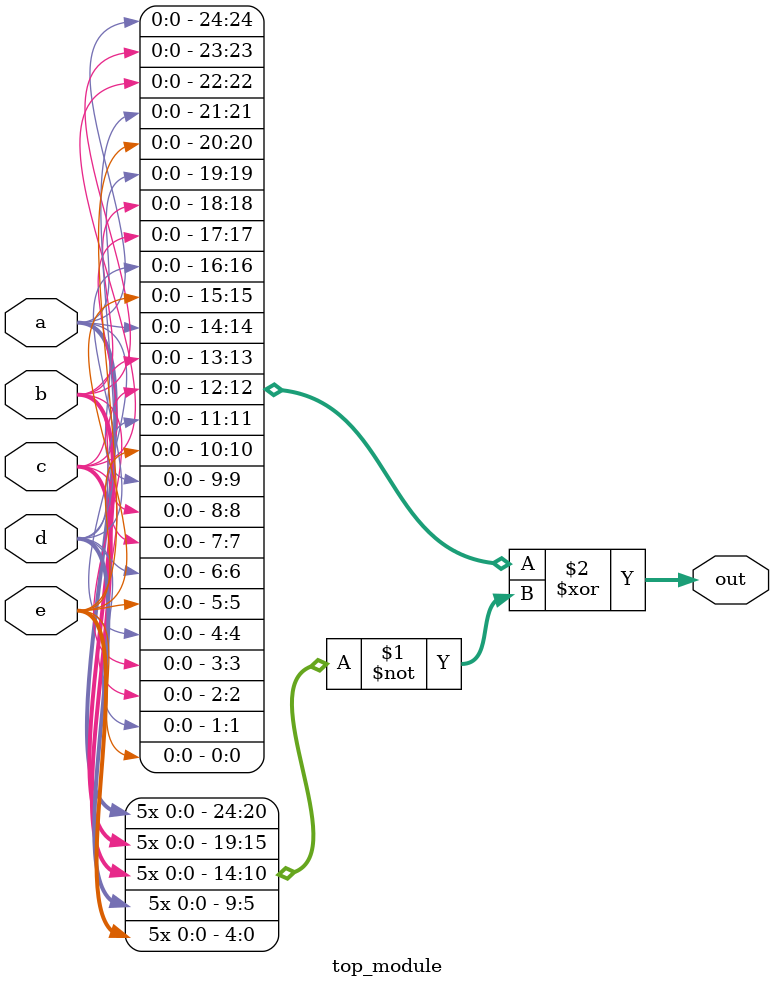
<source format=v>
module top_module (
    input a, b, c, d, e,
    output [24:0] out );//

    // The output is XNOR of two vectors created by 
    // concatenating and replicating the five inputs.
    assign out = {5{a,b,c,d,e}} ^ ~{ {5{a}} , {5{b}} , {5{c}}, {5{d}}, {5{e}} };

endmodule

</source>
